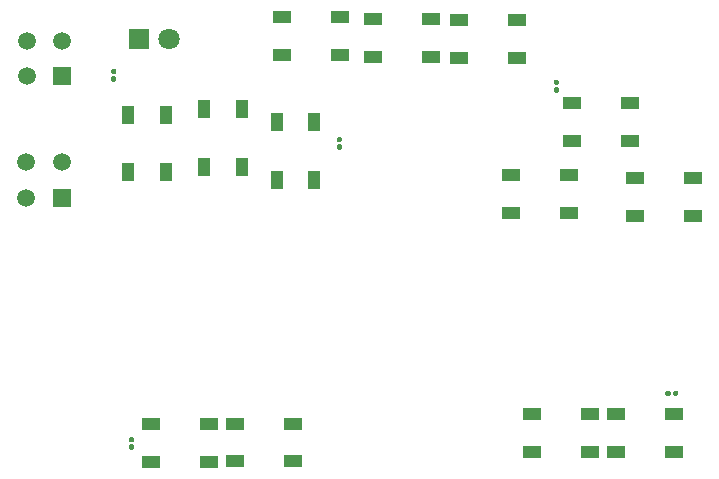
<source format=gbr>
%TF.GenerationSoftware,KiCad,Pcbnew,(5.1.6)-1*%
%TF.CreationDate,2020-11-24T18:40:46+11:00*%
%TF.ProjectId,ANT SEL Panel PCB V1,414e5420-5345-44c2-9050-616e656c2050,rev?*%
%TF.SameCoordinates,Original*%
%TF.FileFunction,Soldermask,Top*%
%TF.FilePolarity,Negative*%
%FSLAX46Y46*%
G04 Gerber Fmt 4.6, Leading zero omitted, Abs format (unit mm)*
G04 Created by KiCad (PCBNEW (5.1.6)-1) date 2020-11-24 18:40:46*
%MOMM*%
%LPD*%
G01*
G04 APERTURE LIST*
%ADD10C,1.520000*%
%ADD11R,1.520000X1.520000*%
%ADD12C,1.800000*%
%ADD13R,1.800000X1.800000*%
%ADD14R,1.500000X1.000000*%
%ADD15R,1.000000X1.500000*%
G04 APERTURE END LIST*
D10*
%TO.C,J2*%
X86027201Y-52208401D03*
X86027201Y-55208400D03*
X89027200Y-52208401D03*
D11*
X89027200Y-55208400D03*
%TD*%
D10*
%TO.C,J1*%
X86080801Y-41898801D03*
X86080801Y-44898800D03*
X89080800Y-41898801D03*
D11*
X89080800Y-44898800D03*
%TD*%
%TO.C,C5*%
G36*
G01*
X94850000Y-76090000D02*
X95050000Y-76090000D01*
G75*
G02*
X95150000Y-76190000I0J-100000D01*
G01*
X95150000Y-76450000D01*
G75*
G02*
X95050000Y-76550000I-100000J0D01*
G01*
X94850000Y-76550000D01*
G75*
G02*
X94750000Y-76450000I0J100000D01*
G01*
X94750000Y-76190000D01*
G75*
G02*
X94850000Y-76090000I100000J0D01*
G01*
G37*
G36*
G01*
X94850000Y-75450000D02*
X95050000Y-75450000D01*
G75*
G02*
X95150000Y-75550000I0J-100000D01*
G01*
X95150000Y-75810000D01*
G75*
G02*
X95050000Y-75910000I-100000J0D01*
G01*
X94850000Y-75910000D01*
G75*
G02*
X94750000Y-75810000I0J100000D01*
G01*
X94750000Y-75550000D01*
G75*
G02*
X94850000Y-75450000I100000J0D01*
G01*
G37*
%TD*%
%TO.C,C4*%
G36*
G01*
X140795000Y-71850000D02*
X140795000Y-71650000D01*
G75*
G02*
X140895000Y-71550000I100000J0D01*
G01*
X141155000Y-71550000D01*
G75*
G02*
X141255000Y-71650000I0J-100000D01*
G01*
X141255000Y-71850000D01*
G75*
G02*
X141155000Y-71950000I-100000J0D01*
G01*
X140895000Y-71950000D01*
G75*
G02*
X140795000Y-71850000I0J100000D01*
G01*
G37*
G36*
G01*
X140155000Y-71850000D02*
X140155000Y-71650000D01*
G75*
G02*
X140255000Y-71550000I100000J0D01*
G01*
X140515000Y-71550000D01*
G75*
G02*
X140615000Y-71650000I0J-100000D01*
G01*
X140615000Y-71850000D01*
G75*
G02*
X140515000Y-71950000I-100000J0D01*
G01*
X140255000Y-71950000D01*
G75*
G02*
X140155000Y-71850000I0J100000D01*
G01*
G37*
%TD*%
%TO.C,C3*%
G36*
G01*
X131025000Y-45660000D02*
X130825000Y-45660000D01*
G75*
G02*
X130725000Y-45560000I0J100000D01*
G01*
X130725000Y-45300000D01*
G75*
G02*
X130825000Y-45200000I100000J0D01*
G01*
X131025000Y-45200000D01*
G75*
G02*
X131125000Y-45300000I0J-100000D01*
G01*
X131125000Y-45560000D01*
G75*
G02*
X131025000Y-45660000I-100000J0D01*
G01*
G37*
G36*
G01*
X131025000Y-46300000D02*
X130825000Y-46300000D01*
G75*
G02*
X130725000Y-46200000I0J100000D01*
G01*
X130725000Y-45940000D01*
G75*
G02*
X130825000Y-45840000I100000J0D01*
G01*
X131025000Y-45840000D01*
G75*
G02*
X131125000Y-45940000I0J-100000D01*
G01*
X131125000Y-46200000D01*
G75*
G02*
X131025000Y-46300000I-100000J0D01*
G01*
G37*
%TD*%
%TO.C,C2*%
G36*
G01*
X112650000Y-50510000D02*
X112450000Y-50510000D01*
G75*
G02*
X112350000Y-50410000I0J100000D01*
G01*
X112350000Y-50150000D01*
G75*
G02*
X112450000Y-50050000I100000J0D01*
G01*
X112650000Y-50050000D01*
G75*
G02*
X112750000Y-50150000I0J-100000D01*
G01*
X112750000Y-50410000D01*
G75*
G02*
X112650000Y-50510000I-100000J0D01*
G01*
G37*
G36*
G01*
X112650000Y-51150000D02*
X112450000Y-51150000D01*
G75*
G02*
X112350000Y-51050000I0J100000D01*
G01*
X112350000Y-50790000D01*
G75*
G02*
X112450000Y-50690000I100000J0D01*
G01*
X112650000Y-50690000D01*
G75*
G02*
X112750000Y-50790000I0J-100000D01*
G01*
X112750000Y-51050000D01*
G75*
G02*
X112650000Y-51150000I-100000J0D01*
G01*
G37*
%TD*%
%TO.C,R1*%
G36*
G01*
X93550000Y-44730000D02*
X93350000Y-44730000D01*
G75*
G02*
X93250000Y-44630000I0J100000D01*
G01*
X93250000Y-44370000D01*
G75*
G02*
X93350000Y-44270000I100000J0D01*
G01*
X93550000Y-44270000D01*
G75*
G02*
X93650000Y-44370000I0J-100000D01*
G01*
X93650000Y-44630000D01*
G75*
G02*
X93550000Y-44730000I-100000J0D01*
G01*
G37*
G36*
G01*
X93550000Y-45370000D02*
X93350000Y-45370000D01*
G75*
G02*
X93250000Y-45270000I0J100000D01*
G01*
X93250000Y-45010000D01*
G75*
G02*
X93350000Y-44910000I100000J0D01*
G01*
X93550000Y-44910000D01*
G75*
G02*
X93650000Y-45010000I0J-100000D01*
G01*
X93650000Y-45270000D01*
G75*
G02*
X93550000Y-45370000I-100000J0D01*
G01*
G37*
%TD*%
D12*
%TO.C,D14*%
X98150000Y-41750000D03*
D13*
X95610000Y-41750000D03*
%TD*%
D14*
%TO.C,D13*%
X135941200Y-73507600D03*
X135941200Y-76707600D03*
X140841200Y-73507600D03*
X140841200Y-76707600D03*
%TD*%
%TO.C,D12*%
X128829200Y-73507600D03*
X128829200Y-76707600D03*
X133729200Y-73507600D03*
X133729200Y-76707600D03*
%TD*%
%TO.C,D11*%
X103710200Y-74320400D03*
X103710200Y-77520400D03*
X108610200Y-74320400D03*
X108610200Y-77520400D03*
%TD*%
%TO.C,D10*%
X96610200Y-74346000D03*
X96610200Y-77546000D03*
X101510200Y-74346000D03*
X101510200Y-77546000D03*
%TD*%
%TO.C,D9*%
X137605200Y-53518000D03*
X137605200Y-56718000D03*
X142505200Y-53518000D03*
X142505200Y-56718000D03*
%TD*%
%TO.C,D8*%
X132221200Y-47168000D03*
X132221200Y-50368000D03*
X137121200Y-47168000D03*
X137121200Y-50368000D03*
%TD*%
%TO.C,D7*%
X127078200Y-53289200D03*
X127078200Y-56489200D03*
X131978200Y-53289200D03*
X131978200Y-56489200D03*
%TD*%
D15*
%TO.C,D6*%
X107239200Y-53668000D03*
X110439200Y-53668000D03*
X107239200Y-48768000D03*
X110439200Y-48768000D03*
%TD*%
%TO.C,D5*%
X101092200Y-52601200D03*
X104292200Y-52601200D03*
X101092200Y-47701200D03*
X104292200Y-47701200D03*
%TD*%
%TO.C,D4*%
X94640800Y-53058400D03*
X97840800Y-53058400D03*
X94640800Y-48158400D03*
X97840800Y-48158400D03*
%TD*%
D14*
%TO.C,D3*%
X122709200Y-40182800D03*
X122709200Y-43382800D03*
X127609200Y-40182800D03*
X127609200Y-43382800D03*
%TD*%
%TO.C,D2*%
X115406200Y-40106800D03*
X115406200Y-43306800D03*
X120306200Y-40106800D03*
X120306200Y-43306800D03*
%TD*%
%TO.C,D1*%
X107723200Y-39929200D03*
X107723200Y-43129200D03*
X112623200Y-39929200D03*
X112623200Y-43129200D03*
%TD*%
M02*

</source>
